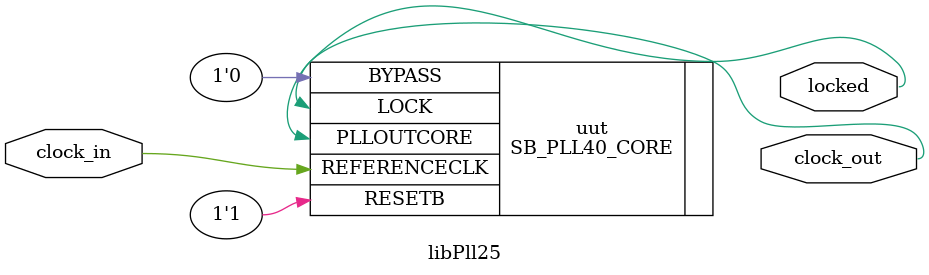
<source format=sv>
/**
 * PLL configuration
 *
 * This Verilog module was generated automatically
 * using the icepll tool from the IceStorm project.
 * Use at your own risk.
 *
 * Given input frequency:        12.000 MHz
 * Requested output frequency:   25.000 MHz
 * Achieved output frequency:    25.125 MHz
 */

module libPll25(
	input  clock_in,
	output clock_out,
	output locked
	);

SB_PLL40_CORE #(
		.FEEDBACK_PATH("SIMPLE"),
		.DIVR(4'b0000),		// DIVR =  0
		.DIVF(7'b1000010),	// DIVF = 66
		.DIVQ(3'b101),		// DIVQ =  5
		.FILTER_RANGE(3'b001)	// FILTER_RANGE = 1
	) uut (
		.LOCK(locked),
		.RESETB(1'b1),
		.BYPASS(1'b0),
		.REFERENCECLK(clock_in),
		.PLLOUTCORE(clock_out)
		);

endmodule

</source>
